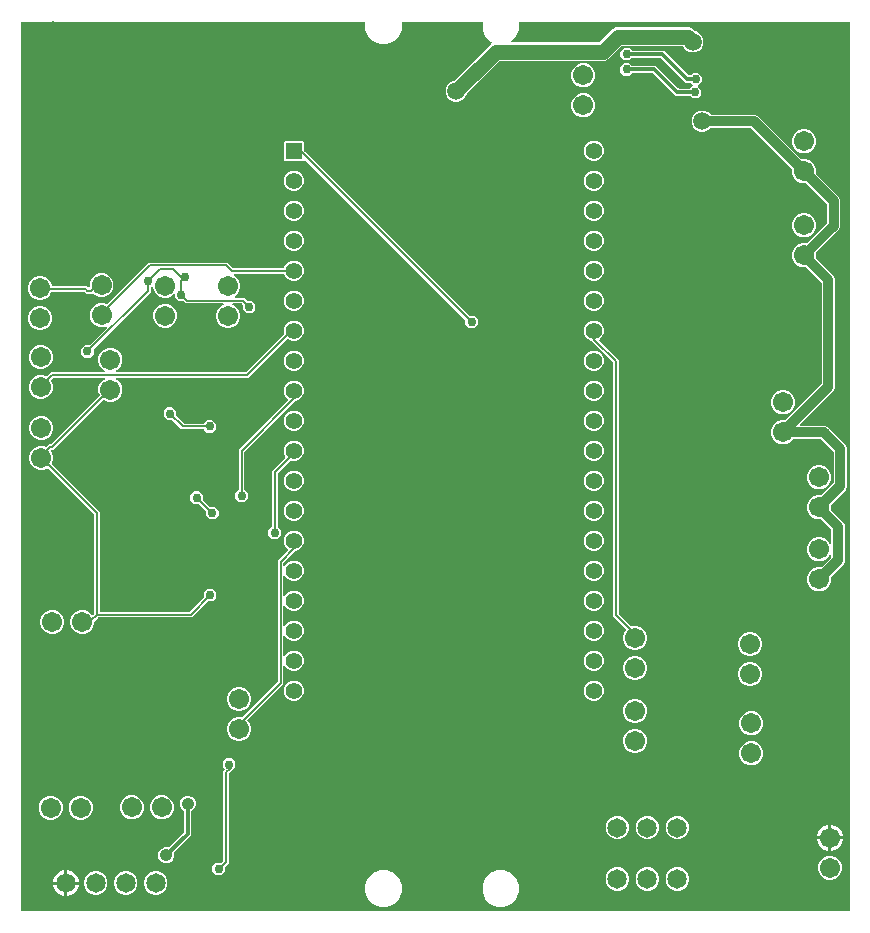
<source format=gbr>
G04 EAGLE Gerber RS-274X export*
G75*
%MOMM*%
%FSLAX34Y34*%
%LPD*%
%INBottom Copper*%
%IPPOS*%
%AMOC8*
5,1,8,0,0,1.08239X$1,22.5*%
G01*
G04 Define Apertures*
%ADD10C,1.714500*%
%ADD11C,1.650000*%
%ADD12R,1.408000X1.408000*%
%ADD13C,1.408000*%
%ADD14C,0.177800*%
%ADD15C,0.756400*%
%ADD16C,1.500000*%
%ADD17C,1.270000*%
%ADD18C,1.056400*%
%ADD19C,0.304800*%
%ADD20C,0.812800*%
G36*
X1284013Y74482D02*
X1283716Y74422D01*
X583184Y74422D01*
X582909Y74473D01*
X582654Y74637D01*
X582482Y74887D01*
X582422Y75184D01*
X582422Y826516D01*
X582473Y826791D01*
X582637Y827046D01*
X582887Y827218D01*
X583184Y827278D01*
X873273Y827278D01*
X873547Y827227D01*
X873803Y827063D01*
X873974Y826813D01*
X874035Y826516D01*
X874035Y820530D01*
X876381Y814866D01*
X880715Y810531D01*
X886379Y808185D01*
X892510Y808185D01*
X898174Y810531D01*
X902508Y814866D01*
X904855Y820530D01*
X904855Y826516D01*
X904906Y826791D01*
X905069Y827046D01*
X905319Y827218D01*
X905617Y827278D01*
X972650Y827278D01*
X972925Y827227D01*
X973180Y827063D01*
X973352Y826813D01*
X973412Y826516D01*
X973412Y820530D01*
X975758Y814866D01*
X980093Y810531D01*
X980914Y810191D01*
X981139Y810047D01*
X981316Y809801D01*
X981384Y809505D01*
X981330Y809207D01*
X981165Y808953D01*
X980914Y808783D01*
X980255Y808510D01*
X949002Y777257D01*
X948755Y777092D01*
X946118Y776000D01*
X943580Y773462D01*
X942206Y770145D01*
X942206Y766555D01*
X943580Y763238D01*
X946118Y760700D01*
X949435Y759326D01*
X953025Y759326D01*
X956342Y760700D01*
X958880Y763238D01*
X959972Y765875D01*
X960137Y766122D01*
X987753Y793738D01*
X987995Y793901D01*
X988292Y793961D01*
X1076893Y793961D01*
X1079787Y795160D01*
X1091045Y806418D01*
X1091287Y806581D01*
X1091584Y806641D01*
X1142475Y806641D01*
X1142755Y806588D01*
X1143009Y806422D01*
X1143179Y806171D01*
X1143605Y805141D01*
X1146143Y802603D01*
X1149460Y801229D01*
X1153050Y801229D01*
X1156367Y802603D01*
X1158905Y805141D01*
X1160279Y808458D01*
X1160279Y812048D01*
X1158905Y815365D01*
X1156367Y817903D01*
X1153730Y818995D01*
X1153483Y819160D01*
X1151453Y821190D01*
X1148559Y822389D01*
X1086441Y822389D01*
X1083547Y821190D01*
X1072289Y809932D01*
X1072047Y809769D01*
X1071750Y809709D01*
X998569Y809709D01*
X998305Y809756D01*
X998047Y809915D01*
X997872Y810163D01*
X997807Y810459D01*
X997862Y810757D01*
X998030Y811010D01*
X1001886Y814866D01*
X1004232Y820530D01*
X1004232Y826516D01*
X1004283Y826791D01*
X1004447Y827046D01*
X1004697Y827218D01*
X1004994Y827278D01*
X1283716Y827278D01*
X1283991Y827227D01*
X1284246Y827063D01*
X1284418Y826813D01*
X1284478Y826516D01*
X1284478Y75184D01*
X1284427Y74909D01*
X1284263Y74654D01*
X1284013Y74482D01*
G37*
%LPC*%
G36*
X1151185Y762214D02*
X1155581Y762214D01*
X1158689Y765323D01*
X1158689Y769718D01*
X1156137Y772270D01*
X1155979Y772501D01*
X1155914Y772797D01*
X1155969Y773095D01*
X1156137Y773348D01*
X1159101Y776312D01*
X1159101Y780708D01*
X1155993Y783816D01*
X1151597Y783816D01*
X1149562Y781781D01*
X1149321Y781618D01*
X1149024Y781558D01*
X1148388Y781558D01*
X1148102Y781614D01*
X1147849Y781781D01*
X1126899Y802732D01*
X1100146Y802732D01*
X1099860Y802788D01*
X1099608Y802955D01*
X1097573Y804990D01*
X1093177Y804990D01*
X1090069Y801882D01*
X1090069Y797486D01*
X1093177Y794378D01*
X1097573Y794378D01*
X1099608Y796413D01*
X1099849Y796576D01*
X1100146Y796636D01*
X1124058Y796636D01*
X1124344Y796580D01*
X1124597Y796413D01*
X1145547Y775462D01*
X1149024Y775462D01*
X1149310Y775406D01*
X1149562Y775239D01*
X1151041Y773760D01*
X1151199Y773530D01*
X1151264Y773233D01*
X1151209Y772935D01*
X1151041Y772683D01*
X1149150Y770792D01*
X1148908Y770629D01*
X1148611Y770568D01*
X1139693Y770568D01*
X1139407Y770624D01*
X1139154Y770792D01*
X1120133Y789813D01*
X1100146Y789813D01*
X1099860Y789869D01*
X1099608Y790036D01*
X1097573Y792071D01*
X1093177Y792071D01*
X1090069Y788963D01*
X1090069Y784567D01*
X1093177Y781459D01*
X1097573Y781459D01*
X1099608Y783494D01*
X1099849Y783657D01*
X1100146Y783717D01*
X1117292Y783717D01*
X1117578Y783661D01*
X1117831Y783494D01*
X1136852Y764472D01*
X1148611Y764472D01*
X1148897Y764417D01*
X1149150Y764249D01*
X1151185Y762214D01*
G37*
G36*
X1056791Y771589D02*
X1060807Y771589D01*
X1064518Y773126D01*
X1067358Y775966D01*
X1068896Y779677D01*
X1068896Y783693D01*
X1067358Y787404D01*
X1064518Y790244D01*
X1060807Y791782D01*
X1056791Y791782D01*
X1053080Y790244D01*
X1050240Y787404D01*
X1048703Y783693D01*
X1048703Y779677D01*
X1050240Y775966D01*
X1053080Y773126D01*
X1056791Y771589D01*
G37*
G36*
X1056791Y746189D02*
X1060807Y746189D01*
X1064518Y747726D01*
X1067358Y750566D01*
X1068896Y754277D01*
X1068896Y758293D01*
X1067358Y762004D01*
X1064518Y764844D01*
X1060807Y766382D01*
X1056791Y766382D01*
X1053080Y764844D01*
X1050240Y762004D01*
X1048703Y758293D01*
X1048703Y754277D01*
X1050240Y750566D01*
X1053080Y747726D01*
X1056791Y746189D01*
G37*
G36*
X1256181Y344869D02*
X1260197Y344869D01*
X1263908Y346406D01*
X1266748Y349246D01*
X1268286Y352957D01*
X1268286Y356843D01*
X1268341Y357129D01*
X1268509Y357382D01*
X1279182Y368056D01*
X1280033Y370109D01*
X1280033Y400781D01*
X1279182Y402834D01*
X1268509Y413508D01*
X1268346Y413750D01*
X1268286Y414047D01*
X1268286Y417803D01*
X1268341Y418089D01*
X1268509Y418342D01*
X1281087Y430921D01*
X1281938Y432974D01*
X1281938Y466567D01*
X1281087Y468620D01*
X1265545Y484162D01*
X1263492Y485013D01*
X1243039Y485013D01*
X1242776Y485060D01*
X1242518Y485219D01*
X1242342Y485467D01*
X1242277Y485763D01*
X1242333Y486061D01*
X1242500Y486314D01*
X1270927Y514741D01*
X1271778Y516794D01*
X1271778Y609696D01*
X1270927Y611749D01*
X1255809Y626868D01*
X1255646Y627110D01*
X1255586Y627407D01*
X1255586Y631163D01*
X1255641Y631449D01*
X1255809Y631702D01*
X1275372Y651266D01*
X1276223Y653319D01*
X1276223Y676371D01*
X1275372Y678424D01*
X1255809Y697988D01*
X1255646Y698230D01*
X1255586Y698527D01*
X1255586Y702413D01*
X1254048Y706124D01*
X1251208Y708964D01*
X1247497Y710502D01*
X1243611Y710502D01*
X1243325Y710557D01*
X1243072Y710725D01*
X1206109Y747687D01*
X1204056Y748538D01*
X1166999Y748538D01*
X1166714Y748594D01*
X1166461Y748761D01*
X1164622Y750600D01*
X1161305Y751974D01*
X1157715Y751974D01*
X1154398Y750600D01*
X1151860Y748062D01*
X1150486Y744745D01*
X1150486Y741155D01*
X1151860Y737838D01*
X1154398Y735300D01*
X1157715Y733926D01*
X1161305Y733926D01*
X1164622Y735300D01*
X1166461Y737139D01*
X1166702Y737302D01*
X1166999Y737362D01*
X1200314Y737362D01*
X1200600Y737306D01*
X1200853Y737139D01*
X1235169Y702822D01*
X1235332Y702580D01*
X1235393Y702283D01*
X1235393Y698397D01*
X1236930Y694686D01*
X1239770Y691846D01*
X1243481Y690309D01*
X1247367Y690309D01*
X1247653Y690253D01*
X1247906Y690085D01*
X1264824Y673168D01*
X1264987Y672926D01*
X1265047Y672629D01*
X1265047Y657061D01*
X1264991Y656775D01*
X1264824Y656522D01*
X1247906Y639605D01*
X1247664Y639442D01*
X1247367Y639382D01*
X1243481Y639382D01*
X1239770Y637844D01*
X1236930Y635004D01*
X1235393Y631293D01*
X1235393Y627277D01*
X1236930Y623566D01*
X1239770Y620726D01*
X1243481Y619189D01*
X1247367Y619189D01*
X1247653Y619133D01*
X1247906Y618965D01*
X1260379Y606493D01*
X1260542Y606251D01*
X1260602Y605954D01*
X1260602Y520536D01*
X1260546Y520250D01*
X1260379Y519997D01*
X1230126Y489745D01*
X1229884Y489582D01*
X1229587Y489522D01*
X1225701Y489522D01*
X1221990Y487984D01*
X1219150Y485144D01*
X1217613Y481433D01*
X1217613Y477417D01*
X1219150Y473706D01*
X1221990Y470866D01*
X1225701Y469329D01*
X1229717Y469329D01*
X1233428Y470866D01*
X1236176Y473614D01*
X1236418Y473777D01*
X1236715Y473837D01*
X1259750Y473837D01*
X1260036Y473781D01*
X1260289Y473614D01*
X1270539Y463364D01*
X1270702Y463122D01*
X1270762Y462825D01*
X1270762Y436716D01*
X1270706Y436430D01*
X1270539Y436177D01*
X1260606Y426245D01*
X1260364Y426082D01*
X1260067Y426022D01*
X1256181Y426022D01*
X1252470Y424484D01*
X1249630Y421644D01*
X1248093Y417933D01*
X1248093Y413917D01*
X1249630Y410206D01*
X1252470Y407366D01*
X1256181Y405829D01*
X1260067Y405829D01*
X1260353Y405773D01*
X1260606Y405605D01*
X1268634Y397578D01*
X1268797Y397336D01*
X1268857Y397039D01*
X1268857Y384824D01*
X1268812Y384567D01*
X1268655Y384308D01*
X1268409Y384130D01*
X1268113Y384063D01*
X1267815Y384116D01*
X1267561Y384281D01*
X1267391Y384533D01*
X1266748Y386084D01*
X1263908Y388924D01*
X1260197Y390462D01*
X1256181Y390462D01*
X1252470Y388924D01*
X1249630Y386084D01*
X1248093Y382373D01*
X1248093Y378357D01*
X1249630Y374646D01*
X1252470Y371806D01*
X1256181Y370269D01*
X1260197Y370269D01*
X1263908Y371806D01*
X1266748Y374646D01*
X1267391Y376197D01*
X1267531Y376418D01*
X1267776Y376597D01*
X1268071Y376667D01*
X1268370Y376616D01*
X1268625Y376453D01*
X1268797Y376203D01*
X1268857Y375906D01*
X1268857Y373851D01*
X1268801Y373565D01*
X1268634Y373312D01*
X1260606Y365285D01*
X1260364Y365122D01*
X1260067Y365062D01*
X1256181Y365062D01*
X1252470Y363524D01*
X1249630Y360684D01*
X1248093Y356973D01*
X1248093Y352957D01*
X1249630Y349246D01*
X1252470Y346406D01*
X1256181Y344869D01*
G37*
G36*
X1243481Y715709D02*
X1247497Y715709D01*
X1251208Y717246D01*
X1254048Y720086D01*
X1255586Y723797D01*
X1255586Y727813D01*
X1254048Y731524D01*
X1251208Y734364D01*
X1247497Y735902D01*
X1243481Y735902D01*
X1239770Y734364D01*
X1236930Y731524D01*
X1235393Y727813D01*
X1235393Y723797D01*
X1236930Y720086D01*
X1239770Y717246D01*
X1243481Y715709D01*
G37*
G36*
X1065986Y709371D02*
X1069393Y709371D01*
X1072540Y710675D01*
X1074949Y713084D01*
X1076253Y716232D01*
X1076253Y719639D01*
X1074949Y722786D01*
X1072540Y725195D01*
X1069393Y726499D01*
X1065986Y726499D01*
X1062838Y725195D01*
X1060429Y722786D01*
X1059125Y719639D01*
X1059125Y716232D01*
X1060429Y713084D01*
X1062838Y710675D01*
X1065986Y709371D01*
G37*
G36*
X961986Y567591D02*
X966382Y567591D01*
X969490Y570699D01*
X969490Y575095D01*
X966382Y578203D01*
X962606Y578203D01*
X962320Y578259D01*
X962067Y578426D01*
X822476Y718017D01*
X822313Y718259D01*
X822253Y718556D01*
X822253Y725606D01*
X821360Y726499D01*
X806018Y726499D01*
X805125Y725606D01*
X805125Y710264D01*
X806018Y709371D01*
X821360Y709371D01*
X822290Y710301D01*
X822521Y710459D01*
X822817Y710524D01*
X823115Y710468D01*
X823368Y710301D01*
X958655Y575014D01*
X958818Y574772D01*
X958878Y574475D01*
X958878Y570699D01*
X961986Y567591D01*
G37*
G36*
X1065986Y683971D02*
X1069393Y683971D01*
X1072540Y685275D01*
X1074949Y687684D01*
X1076253Y690832D01*
X1076253Y694239D01*
X1074949Y697386D01*
X1072540Y699795D01*
X1069393Y701099D01*
X1065986Y701099D01*
X1062838Y699795D01*
X1060429Y697386D01*
X1059125Y694239D01*
X1059125Y690832D01*
X1060429Y687684D01*
X1062838Y685275D01*
X1065986Y683971D01*
G37*
G36*
X811986Y683971D02*
X815393Y683971D01*
X818540Y685275D01*
X820949Y687684D01*
X822253Y690832D01*
X822253Y694239D01*
X820949Y697386D01*
X818540Y699795D01*
X815393Y701099D01*
X811986Y701099D01*
X808838Y699795D01*
X806429Y697386D01*
X805125Y694239D01*
X805125Y690832D01*
X806429Y687684D01*
X808838Y685275D01*
X811986Y683971D01*
G37*
G36*
X1065986Y658571D02*
X1069393Y658571D01*
X1072540Y659875D01*
X1074949Y662284D01*
X1076253Y665432D01*
X1076253Y668839D01*
X1074949Y671986D01*
X1072540Y674395D01*
X1069393Y675699D01*
X1065986Y675699D01*
X1062838Y674395D01*
X1060429Y671986D01*
X1059125Y668839D01*
X1059125Y665432D01*
X1060429Y662284D01*
X1062838Y659875D01*
X1065986Y658571D01*
G37*
G36*
X811986Y658571D02*
X815393Y658571D01*
X818540Y659875D01*
X820949Y662284D01*
X822253Y665432D01*
X822253Y668839D01*
X820949Y671986D01*
X818540Y674395D01*
X815393Y675699D01*
X811986Y675699D01*
X808838Y674395D01*
X806429Y671986D01*
X805125Y668839D01*
X805125Y665432D01*
X806429Y662284D01*
X808838Y659875D01*
X811986Y658571D01*
G37*
G36*
X1243481Y644589D02*
X1247497Y644589D01*
X1251208Y646126D01*
X1254048Y648966D01*
X1255586Y652677D01*
X1255586Y656693D01*
X1254048Y660404D01*
X1251208Y663244D01*
X1247497Y664782D01*
X1243481Y664782D01*
X1239770Y663244D01*
X1236930Y660404D01*
X1235393Y656693D01*
X1235393Y652677D01*
X1236930Y648966D01*
X1239770Y646126D01*
X1243481Y644589D01*
G37*
G36*
X811986Y633171D02*
X815393Y633171D01*
X818540Y634475D01*
X820949Y636884D01*
X822253Y640032D01*
X822253Y643439D01*
X820949Y646586D01*
X818540Y648995D01*
X815393Y650299D01*
X811986Y650299D01*
X808838Y648995D01*
X806429Y646586D01*
X805125Y643439D01*
X805125Y640032D01*
X806429Y636884D01*
X808838Y634475D01*
X811986Y633171D01*
G37*
G36*
X1065986Y633171D02*
X1069393Y633171D01*
X1072540Y634475D01*
X1074949Y636884D01*
X1076253Y640032D01*
X1076253Y643439D01*
X1074949Y646586D01*
X1072540Y648995D01*
X1069393Y650299D01*
X1065986Y650299D01*
X1062838Y648995D01*
X1060429Y646586D01*
X1059125Y643439D01*
X1059125Y640032D01*
X1060429Y636884D01*
X1062838Y634475D01*
X1065986Y633171D01*
G37*
G36*
X1065986Y607771D02*
X1069393Y607771D01*
X1072540Y609075D01*
X1074949Y611484D01*
X1076253Y614632D01*
X1076253Y618039D01*
X1074949Y621186D01*
X1072540Y623595D01*
X1069393Y624899D01*
X1065986Y624899D01*
X1062838Y623595D01*
X1060429Y621186D01*
X1059125Y618039D01*
X1059125Y614632D01*
X1060429Y611484D01*
X1062838Y609075D01*
X1065986Y607771D01*
G37*
G36*
X636739Y542826D02*
X641135Y542826D01*
X644243Y545934D01*
X644243Y549710D01*
X644299Y549996D01*
X644466Y550249D01*
X692531Y598314D01*
X692531Y602162D01*
X692587Y602448D01*
X692754Y602700D01*
X693326Y603272D01*
X693545Y603425D01*
X693840Y603495D01*
X694139Y603444D01*
X694395Y603280D01*
X694566Y603030D01*
X694627Y602733D01*
X694627Y601677D01*
X696164Y597966D01*
X699004Y595126D01*
X702715Y593589D01*
X706731Y593589D01*
X710442Y595126D01*
X711578Y596262D01*
X711798Y596415D01*
X712093Y596485D01*
X712392Y596434D01*
X712647Y596271D01*
X712819Y596021D01*
X712879Y595723D01*
X712879Y593813D01*
X715987Y590705D01*
X719763Y590705D01*
X720049Y590649D01*
X720302Y590482D01*
X722139Y588645D01*
X753533Y588645D01*
X753791Y588600D01*
X754050Y588443D01*
X754228Y588197D01*
X754295Y587901D01*
X754242Y587603D01*
X754076Y587349D01*
X753825Y587179D01*
X752217Y586513D01*
X749377Y583673D01*
X747840Y579962D01*
X747840Y575945D01*
X749377Y572234D01*
X752217Y569394D01*
X755928Y567857D01*
X759944Y567857D01*
X763655Y569394D01*
X766495Y572234D01*
X768033Y575945D01*
X768033Y579962D01*
X766495Y583673D01*
X763655Y586513D01*
X762047Y587179D01*
X761826Y587319D01*
X761647Y587564D01*
X761577Y587859D01*
X761628Y588158D01*
X761791Y588413D01*
X762042Y588585D01*
X762339Y588645D01*
X769067Y588645D01*
X769353Y588589D01*
X769606Y588422D01*
X770314Y587714D01*
X770477Y587472D01*
X770537Y587175D01*
X770537Y583399D01*
X773645Y580291D01*
X778041Y580291D01*
X781149Y583399D01*
X781149Y587795D01*
X778041Y590903D01*
X774265Y590903D01*
X773979Y590959D01*
X773726Y591126D01*
X771382Y593471D01*
X764172Y593471D01*
X763908Y593518D01*
X763650Y593677D01*
X763475Y593925D01*
X763410Y594221D01*
X763465Y594519D01*
X763633Y594772D01*
X766495Y597634D01*
X768033Y601345D01*
X768033Y605362D01*
X766495Y609073D01*
X763655Y611913D01*
X763580Y611944D01*
X763359Y612084D01*
X763180Y612329D01*
X763110Y612624D01*
X763161Y612923D01*
X763324Y613178D01*
X763575Y613350D01*
X763872Y613410D01*
X805122Y613410D01*
X805402Y613357D01*
X805656Y613191D01*
X805826Y612940D01*
X806429Y611484D01*
X808838Y609075D01*
X811986Y607771D01*
X815393Y607771D01*
X818540Y609075D01*
X820949Y611484D01*
X822253Y614632D01*
X822253Y618039D01*
X820949Y621186D01*
X818540Y623595D01*
X815393Y624899D01*
X811986Y624899D01*
X808838Y623595D01*
X806429Y621186D01*
X805402Y618706D01*
X805245Y618468D01*
X804995Y618296D01*
X804698Y618236D01*
X762426Y618236D01*
X762140Y618292D01*
X761887Y618459D01*
X757158Y623189D01*
X690770Y623189D01*
X655577Y587996D01*
X655341Y587836D01*
X655044Y587773D01*
X654746Y587831D01*
X652860Y588613D01*
X648843Y588613D01*
X645132Y587076D01*
X642292Y584235D01*
X640755Y580524D01*
X640755Y576508D01*
X642292Y572797D01*
X645132Y569957D01*
X648843Y568420D01*
X652860Y568420D01*
X654361Y569041D01*
X654616Y569098D01*
X654915Y569052D01*
X655173Y568893D01*
X655349Y568646D01*
X655414Y568349D01*
X655358Y568051D01*
X655191Y567798D01*
X641054Y553661D01*
X640812Y553498D01*
X640515Y553438D01*
X636739Y553438D01*
X633631Y550330D01*
X633631Y545934D01*
X636739Y542826D01*
G37*
G36*
X596727Y591440D02*
X600744Y591440D01*
X604454Y592977D01*
X607295Y595817D01*
X608232Y598081D01*
X608389Y598319D01*
X608639Y598491D01*
X608936Y598551D01*
X635971Y598551D01*
X636257Y598495D01*
X636510Y598328D01*
X637938Y596900D01*
X643273Y596900D01*
X643559Y596844D01*
X643812Y596677D01*
X645132Y595357D01*
X648843Y593820D01*
X652860Y593820D01*
X656571Y595357D01*
X659411Y598197D01*
X660948Y601908D01*
X660948Y605924D01*
X659411Y609635D01*
X656571Y612476D01*
X652860Y614013D01*
X648843Y614013D01*
X645132Y612476D01*
X642292Y609635D01*
X640755Y605924D01*
X640755Y602747D01*
X640708Y602484D01*
X640549Y602226D01*
X640301Y602050D01*
X640005Y601985D01*
X639707Y602041D01*
X639454Y602208D01*
X638286Y603377D01*
X609410Y603377D01*
X609130Y603430D01*
X608876Y603596D01*
X608706Y603847D01*
X607295Y607255D01*
X604454Y610096D01*
X600744Y611633D01*
X596727Y611633D01*
X593016Y610096D01*
X590176Y607255D01*
X588639Y603545D01*
X588639Y599528D01*
X590176Y595817D01*
X593016Y592977D01*
X596727Y591440D01*
G37*
G36*
X1065986Y582371D02*
X1069393Y582371D01*
X1072540Y583675D01*
X1074949Y586084D01*
X1076253Y589232D01*
X1076253Y592639D01*
X1074949Y595786D01*
X1072540Y598195D01*
X1069393Y599499D01*
X1065986Y599499D01*
X1062838Y598195D01*
X1060429Y595786D01*
X1059125Y592639D01*
X1059125Y589232D01*
X1060429Y586084D01*
X1062838Y583675D01*
X1065986Y582371D01*
G37*
G36*
X811986Y582371D02*
X815393Y582371D01*
X818540Y583675D01*
X820949Y586084D01*
X822253Y589232D01*
X822253Y592639D01*
X820949Y595786D01*
X818540Y598195D01*
X815393Y599499D01*
X811986Y599499D01*
X808838Y598195D01*
X806429Y595786D01*
X805125Y592639D01*
X805125Y589232D01*
X806429Y586084D01*
X808838Y583675D01*
X811986Y582371D01*
G37*
G36*
X702715Y568189D02*
X706731Y568189D01*
X710442Y569726D01*
X713282Y572566D01*
X714820Y576277D01*
X714820Y580294D01*
X713282Y584005D01*
X710442Y586845D01*
X706731Y588382D01*
X702715Y588382D01*
X699004Y586845D01*
X696164Y584005D01*
X694627Y580294D01*
X694627Y576277D01*
X696164Y572566D01*
X699004Y569726D01*
X702715Y568189D01*
G37*
G36*
X596727Y566040D02*
X600744Y566040D01*
X604454Y567577D01*
X607295Y570417D01*
X608832Y574128D01*
X608832Y578145D01*
X607295Y581855D01*
X604454Y584696D01*
X600744Y586233D01*
X596727Y586233D01*
X593016Y584696D01*
X590176Y581855D01*
X588639Y578145D01*
X588639Y574128D01*
X590176Y570417D01*
X593016Y567577D01*
X596727Y566040D01*
G37*
G36*
X632608Y308839D02*
X636624Y308839D01*
X640335Y310376D01*
X643175Y313216D01*
X644713Y316927D01*
X644713Y319039D01*
X644768Y319325D01*
X644936Y319578D01*
X647968Y322611D01*
X648210Y322774D01*
X648507Y322834D01*
X727186Y322834D01*
X740579Y336228D01*
X740821Y336391D01*
X741118Y336451D01*
X744894Y336451D01*
X748002Y339559D01*
X748002Y343955D01*
X744894Y347063D01*
X740498Y347063D01*
X737390Y343955D01*
X737390Y340179D01*
X737334Y339893D01*
X737167Y339640D01*
X725410Y327883D01*
X725168Y327720D01*
X724871Y327660D01*
X650367Y327660D01*
X650092Y327711D01*
X649837Y327875D01*
X649665Y328125D01*
X649605Y328422D01*
X649605Y412099D01*
X609184Y452520D01*
X609023Y452756D01*
X608961Y453052D01*
X609019Y453350D01*
X609975Y455658D01*
X609975Y459675D01*
X608437Y463386D01*
X608324Y463499D01*
X608166Y463729D01*
X608101Y464026D01*
X608157Y464324D01*
X608324Y464577D01*
X608344Y464597D01*
X608586Y464760D01*
X608883Y464820D01*
X610219Y464820D01*
X652067Y506669D01*
X652303Y506829D01*
X652600Y506892D01*
X652898Y506834D01*
X656344Y505406D01*
X660361Y505406D01*
X664072Y506943D01*
X666912Y509783D01*
X668449Y513494D01*
X668449Y517511D01*
X666912Y521222D01*
X664072Y524062D01*
X663157Y524441D01*
X662936Y524581D01*
X662757Y524826D01*
X662687Y525121D01*
X662738Y525420D01*
X662901Y525675D01*
X663151Y525847D01*
X663449Y525907D01*
X775319Y525907D01*
X807723Y558312D01*
X807954Y558470D01*
X808250Y558535D01*
X808548Y558479D01*
X808801Y558312D01*
X808838Y558275D01*
X811986Y556971D01*
X815393Y556971D01*
X818540Y558275D01*
X820949Y560684D01*
X822253Y563832D01*
X822253Y567239D01*
X820949Y570386D01*
X818540Y572795D01*
X815393Y574099D01*
X811986Y574099D01*
X808838Y572795D01*
X806429Y570386D01*
X805125Y567239D01*
X805125Y563832D01*
X805309Y563388D01*
X805367Y563108D01*
X805311Y562810D01*
X805144Y562557D01*
X773543Y530956D01*
X773301Y530793D01*
X773004Y530733D01*
X664015Y530733D01*
X663758Y530778D01*
X663498Y530935D01*
X663321Y531181D01*
X663253Y531477D01*
X663307Y531775D01*
X663472Y532030D01*
X663724Y532199D01*
X664072Y532343D01*
X666912Y535183D01*
X668449Y538894D01*
X668449Y542911D01*
X666912Y546622D01*
X664072Y549462D01*
X660361Y550999D01*
X656344Y550999D01*
X652633Y549462D01*
X649793Y546622D01*
X648256Y542911D01*
X648256Y538894D01*
X649793Y535183D01*
X652633Y532343D01*
X652982Y532199D01*
X653203Y532059D01*
X653382Y531814D01*
X653452Y531519D01*
X653401Y531220D01*
X653237Y530965D01*
X652987Y530793D01*
X652690Y530733D01*
X608220Y530733D01*
X604459Y526973D01*
X604223Y526812D01*
X603927Y526750D01*
X603629Y526808D01*
X601308Y527769D01*
X597291Y527769D01*
X593580Y526232D01*
X590740Y523392D01*
X589203Y519681D01*
X589203Y515664D01*
X590740Y511953D01*
X593580Y509113D01*
X597291Y507576D01*
X601308Y507576D01*
X605018Y509113D01*
X607859Y511953D01*
X609396Y515664D01*
X609396Y519681D01*
X608008Y523031D01*
X607950Y523311D01*
X608006Y523609D01*
X608173Y523862D01*
X609995Y525684D01*
X610237Y525847D01*
X610534Y525907D01*
X653257Y525907D01*
X653514Y525862D01*
X653774Y525705D01*
X653951Y525459D01*
X654018Y525163D01*
X653965Y524865D01*
X653800Y524611D01*
X653548Y524441D01*
X652633Y524062D01*
X649793Y521222D01*
X648256Y517511D01*
X648256Y513494D01*
X649178Y511269D01*
X649236Y510990D01*
X649180Y510692D01*
X649013Y510439D01*
X608443Y469869D01*
X608201Y469706D01*
X607904Y469646D01*
X606569Y469646D01*
X604226Y467303D01*
X603990Y467143D01*
X603693Y467080D01*
X603395Y467138D01*
X601886Y467763D01*
X597870Y467763D01*
X594159Y466226D01*
X591319Y463386D01*
X589782Y459675D01*
X589782Y455658D01*
X591319Y451947D01*
X594159Y449107D01*
X597870Y447570D01*
X601886Y447570D01*
X605250Y448963D01*
X605530Y449021D01*
X605828Y448965D01*
X606081Y448798D01*
X644556Y410323D01*
X644719Y410081D01*
X644779Y409784D01*
X644779Y326562D01*
X644723Y326276D01*
X644556Y326023D01*
X643720Y325187D01*
X643489Y325029D01*
X643193Y324964D01*
X642895Y325020D01*
X642642Y325187D01*
X640335Y327494D01*
X636624Y329032D01*
X632608Y329032D01*
X628897Y327494D01*
X626057Y324654D01*
X624520Y320943D01*
X624520Y316927D01*
X626057Y313216D01*
X628897Y310376D01*
X632608Y308839D01*
G37*
G36*
X1100409Y295212D02*
X1104425Y295212D01*
X1108136Y296749D01*
X1110976Y299589D01*
X1112513Y303300D01*
X1112513Y307316D01*
X1110976Y311027D01*
X1108136Y313867D01*
X1104425Y315405D01*
X1100409Y315405D01*
X1100316Y315366D01*
X1100037Y315308D01*
X1099739Y315364D01*
X1099486Y315532D01*
X1088994Y326023D01*
X1088831Y326265D01*
X1088771Y326562D01*
X1088771Y540877D01*
X1072495Y557152D01*
X1072337Y557383D01*
X1072272Y557679D01*
X1072328Y557977D01*
X1072495Y558230D01*
X1074949Y560684D01*
X1076253Y563832D01*
X1076253Y567239D01*
X1074949Y570386D01*
X1072540Y572795D01*
X1069393Y574099D01*
X1065986Y574099D01*
X1062838Y572795D01*
X1060429Y570386D01*
X1059125Y567239D01*
X1059125Y563832D01*
X1060429Y560684D01*
X1062838Y558275D01*
X1065617Y557124D01*
X1065864Y556959D01*
X1083722Y539101D01*
X1083885Y538859D01*
X1083945Y538562D01*
X1083945Y324248D01*
X1094973Y313220D01*
X1095131Y312989D01*
X1095196Y312693D01*
X1095140Y312395D01*
X1094973Y312142D01*
X1093858Y311027D01*
X1092320Y307316D01*
X1092320Y303300D01*
X1093858Y299589D01*
X1096698Y296749D01*
X1100409Y295212D01*
G37*
G36*
X597291Y532976D02*
X601308Y532976D01*
X605018Y534513D01*
X607859Y537353D01*
X609396Y541064D01*
X609396Y545081D01*
X607859Y548792D01*
X605018Y551632D01*
X601308Y553169D01*
X597291Y553169D01*
X593580Y551632D01*
X590740Y548792D01*
X589203Y545081D01*
X589203Y541064D01*
X590740Y537353D01*
X593580Y534513D01*
X597291Y532976D01*
G37*
G36*
X811986Y531571D02*
X815393Y531571D01*
X818540Y532875D01*
X820949Y535284D01*
X822253Y538432D01*
X822253Y541839D01*
X820949Y544986D01*
X818540Y547395D01*
X815393Y548699D01*
X811986Y548699D01*
X808838Y547395D01*
X806429Y544986D01*
X805125Y541839D01*
X805125Y538432D01*
X806429Y535284D01*
X808838Y532875D01*
X811986Y531571D01*
G37*
G36*
X1065986Y531571D02*
X1069393Y531571D01*
X1072540Y532875D01*
X1074949Y535284D01*
X1076253Y538432D01*
X1076253Y541839D01*
X1074949Y544986D01*
X1072540Y547395D01*
X1069393Y548699D01*
X1065986Y548699D01*
X1062838Y547395D01*
X1060429Y544986D01*
X1059125Y541839D01*
X1059125Y538432D01*
X1060429Y535284D01*
X1062838Y532875D01*
X1065986Y531571D01*
G37*
G36*
X1065986Y506171D02*
X1069393Y506171D01*
X1072540Y507475D01*
X1074949Y509884D01*
X1076253Y513032D01*
X1076253Y516439D01*
X1074949Y519586D01*
X1072540Y521995D01*
X1069393Y523299D01*
X1065986Y523299D01*
X1062838Y521995D01*
X1060429Y519586D01*
X1059125Y516439D01*
X1059125Y513032D01*
X1060429Y509884D01*
X1062838Y507475D01*
X1065986Y506171D01*
G37*
G36*
X767168Y420652D02*
X771564Y420652D01*
X774672Y423760D01*
X774672Y428156D01*
X772002Y430826D01*
X771839Y431067D01*
X771779Y431364D01*
X771779Y462616D01*
X771835Y462902D01*
X772002Y463155D01*
X814795Y505948D01*
X815037Y506111D01*
X815334Y506171D01*
X815393Y506171D01*
X818540Y507475D01*
X820949Y509884D01*
X822253Y513032D01*
X822253Y516439D01*
X820949Y519586D01*
X818540Y521995D01*
X815393Y523299D01*
X811986Y523299D01*
X808838Y521995D01*
X806429Y519586D01*
X805125Y516439D01*
X805125Y513032D01*
X806429Y509884D01*
X808629Y507684D01*
X808787Y507453D01*
X808852Y507157D01*
X808796Y506859D01*
X808629Y506606D01*
X766953Y464931D01*
X766953Y431364D01*
X766897Y431078D01*
X766730Y430826D01*
X764060Y428156D01*
X764060Y423760D01*
X767168Y420652D01*
G37*
G36*
X1225701Y494729D02*
X1229717Y494729D01*
X1233428Y496266D01*
X1236268Y499106D01*
X1237806Y502817D01*
X1237806Y506833D01*
X1236268Y510544D01*
X1233428Y513384D01*
X1229717Y514922D01*
X1225701Y514922D01*
X1221990Y513384D01*
X1219150Y510544D01*
X1217613Y506833D01*
X1217613Y502817D01*
X1219150Y499106D01*
X1221990Y496266D01*
X1225701Y494729D01*
G37*
G36*
X740117Y479199D02*
X744513Y479199D01*
X747621Y482307D01*
X747621Y486703D01*
X744513Y489811D01*
X740117Y489811D01*
X737447Y487141D01*
X737206Y486978D01*
X736909Y486918D01*
X720770Y486918D01*
X720484Y486974D01*
X720231Y487141D01*
X714189Y493183D01*
X714026Y493425D01*
X713966Y493722D01*
X713966Y497498D01*
X710858Y500606D01*
X706462Y500606D01*
X703354Y497498D01*
X703354Y493102D01*
X706462Y489994D01*
X710238Y489994D01*
X710524Y489938D01*
X710777Y489771D01*
X718456Y482092D01*
X736909Y482092D01*
X737195Y482036D01*
X737447Y481869D01*
X740117Y479199D01*
G37*
G36*
X811986Y480771D02*
X815393Y480771D01*
X818540Y482075D01*
X820949Y484484D01*
X822253Y487632D01*
X822253Y491039D01*
X820949Y494186D01*
X818540Y496595D01*
X815393Y497899D01*
X811986Y497899D01*
X808838Y496595D01*
X806429Y494186D01*
X805125Y491039D01*
X805125Y487632D01*
X806429Y484484D01*
X808838Y482075D01*
X811986Y480771D01*
G37*
G36*
X1065986Y480771D02*
X1069393Y480771D01*
X1072540Y482075D01*
X1074949Y484484D01*
X1076253Y487632D01*
X1076253Y491039D01*
X1074949Y494186D01*
X1072540Y496595D01*
X1069393Y497899D01*
X1065986Y497899D01*
X1062838Y496595D01*
X1060429Y494186D01*
X1059125Y491039D01*
X1059125Y487632D01*
X1060429Y484484D01*
X1062838Y482075D01*
X1065986Y480771D01*
G37*
G36*
X597870Y472970D02*
X601886Y472970D01*
X605597Y474507D01*
X608437Y477347D01*
X609975Y481058D01*
X609975Y485075D01*
X608437Y488786D01*
X605597Y491626D01*
X601886Y493163D01*
X597870Y493163D01*
X594159Y491626D01*
X591319Y488786D01*
X589782Y485075D01*
X589782Y481058D01*
X591319Y477347D01*
X594159Y474507D01*
X597870Y472970D01*
G37*
G36*
X795235Y389283D02*
X799631Y389283D01*
X802739Y392391D01*
X802739Y396787D01*
X800069Y399457D01*
X799906Y399698D01*
X799846Y399995D01*
X799846Y444455D01*
X799902Y444741D01*
X800069Y444994D01*
X810537Y455462D01*
X810773Y455622D01*
X811070Y455685D01*
X811368Y455627D01*
X811986Y455371D01*
X815393Y455371D01*
X818540Y456675D01*
X820949Y459084D01*
X822253Y462232D01*
X822253Y465639D01*
X820949Y468786D01*
X818540Y471195D01*
X815393Y472499D01*
X811986Y472499D01*
X808838Y471195D01*
X806429Y468786D01*
X805125Y465639D01*
X805125Y462232D01*
X806470Y458984D01*
X806501Y458939D01*
X806566Y458643D01*
X806510Y458345D01*
X806343Y458092D01*
X795020Y446770D01*
X795020Y399995D01*
X794964Y399709D01*
X794797Y399457D01*
X792127Y396787D01*
X792127Y392391D01*
X795235Y389283D01*
G37*
G36*
X1065986Y455371D02*
X1069393Y455371D01*
X1072540Y456675D01*
X1074949Y459084D01*
X1076253Y462232D01*
X1076253Y465639D01*
X1074949Y468786D01*
X1072540Y471195D01*
X1069393Y472499D01*
X1065986Y472499D01*
X1062838Y471195D01*
X1060429Y468786D01*
X1059125Y465639D01*
X1059125Y462232D01*
X1060429Y459084D01*
X1062838Y456675D01*
X1065986Y455371D01*
G37*
G36*
X1256181Y431229D02*
X1260197Y431229D01*
X1263908Y432766D01*
X1266748Y435606D01*
X1268286Y439317D01*
X1268286Y443333D01*
X1266748Y447044D01*
X1263908Y449884D01*
X1260197Y451422D01*
X1256181Y451422D01*
X1252470Y449884D01*
X1249630Y447044D01*
X1248093Y443333D01*
X1248093Y439317D01*
X1249630Y435606D01*
X1252470Y432766D01*
X1256181Y431229D01*
G37*
G36*
X1065986Y429971D02*
X1069393Y429971D01*
X1072540Y431275D01*
X1074949Y433684D01*
X1076253Y436832D01*
X1076253Y440239D01*
X1074949Y443386D01*
X1072540Y445795D01*
X1069393Y447099D01*
X1065986Y447099D01*
X1062838Y445795D01*
X1060429Y443386D01*
X1059125Y440239D01*
X1059125Y436832D01*
X1060429Y433684D01*
X1062838Y431275D01*
X1065986Y429971D01*
G37*
G36*
X811986Y429971D02*
X815393Y429971D01*
X818540Y431275D01*
X820949Y433684D01*
X822253Y436832D01*
X822253Y440239D01*
X820949Y443386D01*
X818540Y445795D01*
X815393Y447099D01*
X811986Y447099D01*
X808838Y445795D01*
X806429Y443386D01*
X805125Y440239D01*
X805125Y436832D01*
X806429Y433684D01*
X808838Y431275D01*
X811986Y429971D01*
G37*
G36*
X742403Y405793D02*
X746799Y405793D01*
X749907Y408901D01*
X749907Y413297D01*
X746799Y416405D01*
X743023Y416405D01*
X742737Y416461D01*
X742484Y416628D01*
X736922Y422190D01*
X736759Y422432D01*
X736699Y422729D01*
X736699Y426505D01*
X733591Y429613D01*
X729195Y429613D01*
X726087Y426505D01*
X726087Y422109D01*
X729195Y419001D01*
X732971Y419001D01*
X733257Y418945D01*
X733510Y418778D01*
X739072Y413216D01*
X739235Y412974D01*
X739295Y412677D01*
X739295Y408901D01*
X742403Y405793D01*
G37*
G36*
X1065986Y404571D02*
X1069393Y404571D01*
X1072540Y405875D01*
X1074949Y408284D01*
X1076253Y411432D01*
X1076253Y414839D01*
X1074949Y417986D01*
X1072540Y420395D01*
X1069393Y421699D01*
X1065986Y421699D01*
X1062838Y420395D01*
X1060429Y417986D01*
X1059125Y414839D01*
X1059125Y411432D01*
X1060429Y408284D01*
X1062838Y405875D01*
X1065986Y404571D01*
G37*
G36*
X811986Y404571D02*
X815393Y404571D01*
X818540Y405875D01*
X820949Y408284D01*
X822253Y411432D01*
X822253Y414839D01*
X820949Y417986D01*
X818540Y420395D01*
X815393Y421699D01*
X811986Y421699D01*
X808838Y420395D01*
X806429Y417986D01*
X805125Y414839D01*
X805125Y411432D01*
X806429Y408284D01*
X808838Y405875D01*
X811986Y404571D01*
G37*
G36*
X1065986Y379171D02*
X1069393Y379171D01*
X1072540Y380475D01*
X1074949Y382884D01*
X1076253Y386032D01*
X1076253Y389439D01*
X1074949Y392586D01*
X1072540Y394995D01*
X1069393Y396299D01*
X1065986Y396299D01*
X1062838Y394995D01*
X1060429Y392586D01*
X1059125Y389439D01*
X1059125Y386032D01*
X1060429Y382884D01*
X1062838Y380475D01*
X1065986Y379171D01*
G37*
G36*
X765141Y218262D02*
X769158Y218262D01*
X772869Y219799D01*
X775709Y222639D01*
X777246Y226350D01*
X777246Y230367D01*
X775709Y234078D01*
X774600Y235186D01*
X774442Y235417D01*
X774377Y235713D01*
X774433Y236011D01*
X774600Y236264D01*
X804799Y266463D01*
X804799Y281388D01*
X804844Y281645D01*
X805001Y281905D01*
X805247Y282082D01*
X805543Y282150D01*
X805841Y282096D01*
X806096Y281931D01*
X806265Y281679D01*
X806429Y281284D01*
X808838Y278875D01*
X811986Y277571D01*
X815393Y277571D01*
X818540Y278875D01*
X820949Y281284D01*
X822253Y284432D01*
X822253Y287839D01*
X820949Y290986D01*
X818540Y293395D01*
X815393Y294699D01*
X811986Y294699D01*
X808838Y293395D01*
X806429Y290986D01*
X806265Y290591D01*
X806125Y290370D01*
X805880Y290190D01*
X805585Y290121D01*
X805286Y290171D01*
X805031Y290335D01*
X804859Y290585D01*
X804799Y290882D01*
X804799Y306788D01*
X804844Y307045D01*
X805001Y307305D01*
X805247Y307482D01*
X805543Y307550D01*
X805841Y307496D01*
X806096Y307331D01*
X806265Y307079D01*
X806429Y306684D01*
X808838Y304275D01*
X811986Y302971D01*
X815393Y302971D01*
X818540Y304275D01*
X820949Y306684D01*
X822253Y309832D01*
X822253Y313239D01*
X820949Y316386D01*
X818540Y318795D01*
X815393Y320099D01*
X811986Y320099D01*
X808838Y318795D01*
X806429Y316386D01*
X806265Y315991D01*
X806125Y315770D01*
X805880Y315590D01*
X805585Y315521D01*
X805286Y315571D01*
X805031Y315735D01*
X804859Y315985D01*
X804799Y316282D01*
X804799Y332188D01*
X804844Y332445D01*
X805001Y332705D01*
X805247Y332882D01*
X805543Y332950D01*
X805841Y332896D01*
X806096Y332731D01*
X806265Y332479D01*
X806429Y332084D01*
X808838Y329675D01*
X811986Y328371D01*
X815393Y328371D01*
X818540Y329675D01*
X820949Y332084D01*
X822253Y335232D01*
X822253Y338639D01*
X820949Y341786D01*
X818540Y344195D01*
X815393Y345499D01*
X811986Y345499D01*
X808838Y344195D01*
X806429Y341786D01*
X806265Y341391D01*
X806125Y341170D01*
X805880Y340990D01*
X805585Y340921D01*
X805286Y340971D01*
X805031Y341135D01*
X804859Y341385D01*
X804799Y341682D01*
X804799Y357588D01*
X804844Y357845D01*
X805001Y358105D01*
X805247Y358282D01*
X805543Y358350D01*
X805841Y358296D01*
X806096Y358131D01*
X806265Y357879D01*
X806429Y357484D01*
X808838Y355075D01*
X811986Y353771D01*
X815393Y353771D01*
X818540Y355075D01*
X820949Y357484D01*
X822253Y360632D01*
X822253Y364039D01*
X820949Y367186D01*
X818540Y369595D01*
X815393Y370899D01*
X811986Y370899D01*
X808838Y369595D01*
X806429Y367186D01*
X806265Y366791D01*
X806125Y366570D01*
X805880Y366390D01*
X805585Y366321D01*
X805286Y366371D01*
X805031Y366535D01*
X804859Y366785D01*
X804799Y367082D01*
X804799Y368509D01*
X804855Y368795D01*
X805022Y369048D01*
X814922Y378948D01*
X815164Y379111D01*
X815327Y379144D01*
X818540Y380475D01*
X820949Y382884D01*
X822253Y386032D01*
X822253Y389439D01*
X820949Y392586D01*
X818540Y394995D01*
X815393Y396299D01*
X811986Y396299D01*
X808838Y394995D01*
X806429Y392586D01*
X805125Y389439D01*
X805125Y386032D01*
X806429Y382884D01*
X808692Y380620D01*
X808850Y380390D01*
X808915Y380094D01*
X808860Y379796D01*
X808692Y379543D01*
X799973Y370824D01*
X799973Y268777D01*
X799917Y268491D01*
X799750Y268238D01*
X770090Y238578D01*
X769854Y238418D01*
X769557Y238355D01*
X769259Y238413D01*
X769158Y238455D01*
X765141Y238455D01*
X761430Y236918D01*
X758590Y234078D01*
X757053Y230367D01*
X757053Y226350D01*
X758590Y222639D01*
X761430Y219799D01*
X765141Y218262D01*
G37*
G36*
X1065986Y353771D02*
X1069393Y353771D01*
X1072540Y355075D01*
X1074949Y357484D01*
X1076253Y360632D01*
X1076253Y364039D01*
X1074949Y367186D01*
X1072540Y369595D01*
X1069393Y370899D01*
X1065986Y370899D01*
X1062838Y369595D01*
X1060429Y367186D01*
X1059125Y364039D01*
X1059125Y360632D01*
X1060429Y357484D01*
X1062838Y355075D01*
X1065986Y353771D01*
G37*
G36*
X1065986Y328371D02*
X1069393Y328371D01*
X1072540Y329675D01*
X1074949Y332084D01*
X1076253Y335232D01*
X1076253Y338639D01*
X1074949Y341786D01*
X1072540Y344195D01*
X1069393Y345499D01*
X1065986Y345499D01*
X1062838Y344195D01*
X1060429Y341786D01*
X1059125Y338639D01*
X1059125Y335232D01*
X1060429Y332084D01*
X1062838Y329675D01*
X1065986Y328371D01*
G37*
G36*
X607208Y308839D02*
X611224Y308839D01*
X614935Y310376D01*
X617775Y313216D01*
X619313Y316927D01*
X619313Y320943D01*
X617775Y324654D01*
X614935Y327494D01*
X611224Y329032D01*
X607208Y329032D01*
X603497Y327494D01*
X600657Y324654D01*
X599120Y320943D01*
X599120Y316927D01*
X600657Y313216D01*
X603497Y310376D01*
X607208Y308839D01*
G37*
G36*
X1065986Y302971D02*
X1069393Y302971D01*
X1072540Y304275D01*
X1074949Y306684D01*
X1076253Y309832D01*
X1076253Y313239D01*
X1074949Y316386D01*
X1072540Y318795D01*
X1069393Y320099D01*
X1065986Y320099D01*
X1062838Y318795D01*
X1060429Y316386D01*
X1059125Y313239D01*
X1059125Y309832D01*
X1060429Y306684D01*
X1062838Y304275D01*
X1065986Y302971D01*
G37*
G36*
X1197824Y290259D02*
X1201841Y290259D01*
X1205552Y291796D01*
X1208392Y294636D01*
X1209929Y298347D01*
X1209929Y302363D01*
X1208392Y306074D01*
X1205552Y308914D01*
X1201841Y310452D01*
X1197824Y310452D01*
X1194113Y308914D01*
X1191273Y306074D01*
X1189736Y302363D01*
X1189736Y298347D01*
X1191273Y294636D01*
X1194113Y291796D01*
X1197824Y290259D01*
G37*
G36*
X1065986Y277571D02*
X1069393Y277571D01*
X1072540Y278875D01*
X1074949Y281284D01*
X1076253Y284432D01*
X1076253Y287839D01*
X1074949Y290986D01*
X1072540Y293395D01*
X1069393Y294699D01*
X1065986Y294699D01*
X1062838Y293395D01*
X1060429Y290986D01*
X1059125Y287839D01*
X1059125Y284432D01*
X1060429Y281284D01*
X1062838Y278875D01*
X1065986Y277571D01*
G37*
G36*
X1100409Y269812D02*
X1104425Y269812D01*
X1108136Y271349D01*
X1110976Y274189D01*
X1112513Y277900D01*
X1112513Y281916D01*
X1110976Y285627D01*
X1108136Y288467D01*
X1104425Y290005D01*
X1100409Y290005D01*
X1096698Y288467D01*
X1093858Y285627D01*
X1092320Y281916D01*
X1092320Y277900D01*
X1093858Y274189D01*
X1096698Y271349D01*
X1100409Y269812D01*
G37*
G36*
X1197824Y264859D02*
X1201841Y264859D01*
X1205552Y266396D01*
X1208392Y269236D01*
X1209929Y272947D01*
X1209929Y276963D01*
X1208392Y280674D01*
X1205552Y283514D01*
X1201841Y285052D01*
X1197824Y285052D01*
X1194113Y283514D01*
X1191273Y280674D01*
X1189736Y276963D01*
X1189736Y272947D01*
X1191273Y269236D01*
X1194113Y266396D01*
X1197824Y264859D01*
G37*
G36*
X811986Y252171D02*
X815393Y252171D01*
X818540Y253475D01*
X820949Y255884D01*
X822253Y259032D01*
X822253Y262439D01*
X820949Y265586D01*
X818540Y267995D01*
X815393Y269299D01*
X811986Y269299D01*
X808838Y267995D01*
X806429Y265586D01*
X805125Y262439D01*
X805125Y259032D01*
X806429Y255884D01*
X808838Y253475D01*
X811986Y252171D01*
G37*
G36*
X1065986Y252171D02*
X1069393Y252171D01*
X1072540Y253475D01*
X1074949Y255884D01*
X1076253Y259032D01*
X1076253Y262439D01*
X1074949Y265586D01*
X1072540Y267995D01*
X1069393Y269299D01*
X1065986Y269299D01*
X1062838Y267995D01*
X1060429Y265586D01*
X1059125Y262439D01*
X1059125Y259032D01*
X1060429Y255884D01*
X1062838Y253475D01*
X1065986Y252171D01*
G37*
G36*
X765141Y243662D02*
X769158Y243662D01*
X772869Y245199D01*
X775709Y248039D01*
X777246Y251750D01*
X777246Y255767D01*
X775709Y259478D01*
X772869Y262318D01*
X769158Y263855D01*
X765141Y263855D01*
X761430Y262318D01*
X758590Y259478D01*
X757053Y255767D01*
X757053Y251750D01*
X758590Y248039D01*
X761430Y245199D01*
X765141Y243662D01*
G37*
G36*
X1100409Y233566D02*
X1104425Y233566D01*
X1108136Y235103D01*
X1110976Y237943D01*
X1112513Y241654D01*
X1112513Y245671D01*
X1110976Y249382D01*
X1108136Y252222D01*
X1104425Y253759D01*
X1100409Y253759D01*
X1096698Y252222D01*
X1093858Y249382D01*
X1092320Y245671D01*
X1092320Y241654D01*
X1093858Y237943D01*
X1096698Y235103D01*
X1100409Y233566D01*
G37*
G36*
X1199031Y222949D02*
X1203047Y222949D01*
X1206758Y224486D01*
X1209598Y227326D01*
X1211136Y231037D01*
X1211136Y235053D01*
X1209598Y238764D01*
X1206758Y241604D01*
X1203047Y243142D01*
X1199031Y243142D01*
X1195320Y241604D01*
X1192480Y238764D01*
X1190943Y235053D01*
X1190943Y231037D01*
X1192480Y227326D01*
X1195320Y224486D01*
X1199031Y222949D01*
G37*
G36*
X1100409Y208166D02*
X1104425Y208166D01*
X1108136Y209703D01*
X1110976Y212543D01*
X1112513Y216254D01*
X1112513Y220271D01*
X1110976Y223982D01*
X1108136Y226822D01*
X1104425Y228359D01*
X1100409Y228359D01*
X1096698Y226822D01*
X1093858Y223982D01*
X1092320Y220271D01*
X1092320Y216254D01*
X1093858Y212543D01*
X1096698Y209703D01*
X1100409Y208166D01*
G37*
G36*
X1199031Y197549D02*
X1203047Y197549D01*
X1206758Y199086D01*
X1209598Y201926D01*
X1211136Y205637D01*
X1211136Y209653D01*
X1209598Y213364D01*
X1206758Y216204D01*
X1203047Y217742D01*
X1199031Y217742D01*
X1195320Y216204D01*
X1192480Y213364D01*
X1190943Y209653D01*
X1190943Y205637D01*
X1192480Y201926D01*
X1195320Y199086D01*
X1199031Y197549D01*
G37*
G36*
X747737Y104549D02*
X752133Y104549D01*
X755241Y107657D01*
X755241Y110925D01*
X755297Y111211D01*
X755464Y111464D01*
X758571Y114571D01*
X758571Y190201D01*
X758627Y190487D01*
X758794Y190740D01*
X760645Y192591D01*
X760887Y192754D01*
X760982Y192773D01*
X764131Y195922D01*
X764131Y200318D01*
X761023Y203426D01*
X756627Y203426D01*
X753519Y200318D01*
X753519Y195922D01*
X754797Y194645D01*
X754955Y194414D01*
X755020Y194118D01*
X754964Y193820D01*
X754797Y193567D01*
X753745Y192516D01*
X753745Y116885D01*
X753689Y116599D01*
X753522Y116346D01*
X752560Y115384D01*
X752318Y115221D01*
X752021Y115161D01*
X747737Y115161D01*
X744629Y112053D01*
X744629Y107657D01*
X747737Y104549D01*
G37*
G36*
X699794Y151829D02*
X703810Y151829D01*
X707521Y153366D01*
X710361Y156206D01*
X711899Y159917D01*
X711899Y163933D01*
X710361Y167644D01*
X707521Y170484D01*
X703810Y172022D01*
X699794Y172022D01*
X696083Y170484D01*
X693243Y167644D01*
X691706Y163933D01*
X691706Y159917D01*
X693243Y156206D01*
X696083Y153366D01*
X699794Y151829D01*
G37*
G36*
X674394Y151829D02*
X678410Y151829D01*
X682121Y153366D01*
X684961Y156206D01*
X686499Y159917D01*
X686499Y163933D01*
X684961Y167644D01*
X682121Y170484D01*
X678410Y172022D01*
X674394Y172022D01*
X670683Y170484D01*
X667843Y167644D01*
X666306Y163933D01*
X666306Y159917D01*
X667843Y156206D01*
X670683Y153366D01*
X674394Y151829D01*
G37*
G36*
X704131Y114479D02*
X706839Y114479D01*
X709340Y115515D01*
X711255Y117430D01*
X712291Y119931D01*
X712291Y122639D01*
X712151Y122976D01*
X712094Y123255D01*
X712149Y123553D01*
X712317Y123806D01*
X726948Y138437D01*
X726948Y158487D01*
X727001Y158767D01*
X727167Y159021D01*
X727418Y159191D01*
X727755Y159330D01*
X729670Y161245D01*
X730706Y163746D01*
X730706Y166454D01*
X729670Y168955D01*
X727755Y170870D01*
X725254Y171906D01*
X722546Y171906D01*
X720045Y170870D01*
X718130Y168955D01*
X717094Y166454D01*
X717094Y163746D01*
X718130Y161245D01*
X720045Y159330D01*
X720382Y159191D01*
X720620Y159034D01*
X720792Y158784D01*
X720852Y158487D01*
X720852Y141278D01*
X720796Y140992D01*
X720629Y140739D01*
X708006Y128117D01*
X707770Y127956D01*
X707473Y127894D01*
X707176Y127951D01*
X706839Y128091D01*
X704131Y128091D01*
X701630Y127055D01*
X699715Y125140D01*
X698679Y122639D01*
X698679Y119931D01*
X699715Y117430D01*
X701630Y115515D01*
X704131Y114479D01*
G37*
G36*
X631087Y151575D02*
X635103Y151575D01*
X638814Y153112D01*
X641654Y155952D01*
X643192Y159663D01*
X643192Y163679D01*
X641654Y167390D01*
X638814Y170230D01*
X635103Y171768D01*
X631087Y171768D01*
X627376Y170230D01*
X624536Y167390D01*
X622999Y163679D01*
X622999Y159663D01*
X624536Y155952D01*
X627376Y153112D01*
X631087Y151575D01*
G37*
G36*
X605687Y151575D02*
X609703Y151575D01*
X613414Y153112D01*
X616254Y155952D01*
X617792Y159663D01*
X617792Y163679D01*
X616254Y167390D01*
X613414Y170230D01*
X609703Y171768D01*
X605687Y171768D01*
X601976Y170230D01*
X599136Y167390D01*
X597599Y163679D01*
X597599Y159663D01*
X599136Y155952D01*
X601976Y153112D01*
X605687Y151575D01*
G37*
G36*
X1136318Y134996D02*
X1140207Y134996D01*
X1143799Y136484D01*
X1146549Y139233D01*
X1148037Y142826D01*
X1148037Y146714D01*
X1146549Y150307D01*
X1143799Y153056D01*
X1140207Y154544D01*
X1136318Y154544D01*
X1132726Y153056D01*
X1129977Y150307D01*
X1128489Y146714D01*
X1128489Y142826D01*
X1129977Y139233D01*
X1132726Y136484D01*
X1136318Y134996D01*
G37*
G36*
X1110918Y134996D02*
X1114807Y134996D01*
X1118399Y136484D01*
X1121149Y139233D01*
X1122637Y142826D01*
X1122637Y146714D01*
X1121149Y150307D01*
X1118399Y153056D01*
X1114807Y154544D01*
X1110918Y154544D01*
X1107326Y153056D01*
X1104577Y150307D01*
X1103089Y146714D01*
X1103089Y142826D01*
X1104577Y139233D01*
X1107326Y136484D01*
X1110918Y134996D01*
G37*
G36*
X1085518Y134996D02*
X1089407Y134996D01*
X1092999Y136484D01*
X1095749Y139233D01*
X1097237Y142826D01*
X1097237Y146714D01*
X1095749Y150307D01*
X1092999Y153056D01*
X1089407Y154544D01*
X1085518Y154544D01*
X1081926Y153056D01*
X1079177Y150307D01*
X1077689Y146714D01*
X1077689Y142826D01*
X1079177Y139233D01*
X1081926Y136484D01*
X1085518Y134996D01*
G37*
G36*
X1256303Y137611D02*
X1266145Y137611D01*
X1266145Y147454D01*
X1265205Y147454D01*
X1261120Y145762D01*
X1257994Y142636D01*
X1256303Y138552D01*
X1256303Y137611D01*
G37*
G36*
X1268685Y137611D02*
X1278528Y137611D01*
X1278528Y138552D01*
X1276836Y142636D01*
X1273710Y145762D01*
X1269625Y147454D01*
X1268685Y147454D01*
X1268685Y137611D01*
G37*
G36*
X1268685Y125229D02*
X1269625Y125229D01*
X1273710Y126920D01*
X1276836Y130046D01*
X1278528Y134131D01*
X1278528Y135071D01*
X1268685Y135071D01*
X1268685Y125229D01*
G37*
G36*
X1265205Y125229D02*
X1266145Y125229D01*
X1266145Y135071D01*
X1256303Y135071D01*
X1256303Y134131D01*
X1257994Y130046D01*
X1261120Y126920D01*
X1265205Y125229D01*
G37*
G36*
X1265407Y100845D02*
X1269423Y100845D01*
X1273134Y102382D01*
X1275974Y105222D01*
X1277512Y108933D01*
X1277512Y112949D01*
X1275974Y116660D01*
X1273134Y119500D01*
X1269423Y121038D01*
X1265407Y121038D01*
X1261696Y119500D01*
X1258856Y116660D01*
X1257319Y112949D01*
X1257319Y108933D01*
X1258856Y105222D01*
X1261696Y102382D01*
X1265407Y100845D01*
G37*
G36*
X1136318Y91572D02*
X1140207Y91572D01*
X1143799Y93060D01*
X1146549Y95809D01*
X1148037Y99402D01*
X1148037Y103290D01*
X1146549Y106883D01*
X1143799Y109632D01*
X1140207Y111120D01*
X1136318Y111120D01*
X1132726Y109632D01*
X1129977Y106883D01*
X1128489Y103290D01*
X1128489Y99402D01*
X1129977Y95809D01*
X1132726Y93060D01*
X1136318Y91572D01*
G37*
G36*
X1110918Y91572D02*
X1114807Y91572D01*
X1118399Y93060D01*
X1121149Y95809D01*
X1122637Y99402D01*
X1122637Y103290D01*
X1121149Y106883D01*
X1118399Y109632D01*
X1114807Y111120D01*
X1110918Y111120D01*
X1107326Y109632D01*
X1104577Y106883D01*
X1103089Y103290D01*
X1103089Y99402D01*
X1104577Y95809D01*
X1107326Y93060D01*
X1110918Y91572D01*
G37*
G36*
X1085518Y91572D02*
X1089407Y91572D01*
X1092999Y93060D01*
X1095749Y95809D01*
X1097237Y99402D01*
X1097237Y103290D01*
X1095749Y106883D01*
X1092999Y109632D01*
X1089407Y111120D01*
X1085518Y111120D01*
X1081926Y109632D01*
X1079177Y106883D01*
X1077689Y103290D01*
X1077689Y99402D01*
X1079177Y95809D01*
X1081926Y93060D01*
X1085518Y91572D01*
G37*
G36*
X985757Y77999D02*
X991887Y77999D01*
X997551Y80345D01*
X1001886Y84679D01*
X1004232Y90343D01*
X1004232Y96474D01*
X1001886Y102138D01*
X997551Y106472D01*
X991887Y108819D01*
X985757Y108819D01*
X980093Y106472D01*
X975758Y102138D01*
X973412Y96474D01*
X973412Y90343D01*
X975758Y84679D01*
X980093Y80345D01*
X985757Y77999D01*
G37*
G36*
X886379Y77999D02*
X892510Y77999D01*
X898174Y80345D01*
X902508Y84679D01*
X904855Y90343D01*
X904855Y96474D01*
X902508Y102138D01*
X898174Y106472D01*
X892510Y108819D01*
X886379Y108819D01*
X880715Y106472D01*
X876381Y102138D01*
X874035Y96474D01*
X874035Y90343D01*
X876381Y84679D01*
X880715Y80345D01*
X886379Y77999D01*
G37*
G36*
X609903Y99180D02*
X619423Y99180D01*
X619423Y108700D01*
X618547Y108700D01*
X614581Y107057D01*
X611546Y104022D01*
X609903Y100056D01*
X609903Y99180D01*
G37*
G36*
X621963Y99180D02*
X631483Y99180D01*
X631483Y100056D01*
X629841Y104022D01*
X626805Y107057D01*
X622840Y108700D01*
X621963Y108700D01*
X621963Y99180D01*
G37*
G36*
X694949Y88136D02*
X698838Y88136D01*
X702430Y89624D01*
X705179Y92373D01*
X706667Y95966D01*
X706667Y99854D01*
X705179Y103447D01*
X702430Y106196D01*
X698838Y107684D01*
X694949Y107684D01*
X691357Y106196D01*
X688607Y103447D01*
X687119Y99854D01*
X687119Y95966D01*
X688607Y92373D01*
X691357Y89624D01*
X694949Y88136D01*
G37*
G36*
X669549Y88136D02*
X673438Y88136D01*
X677030Y89624D01*
X679779Y92373D01*
X681267Y95966D01*
X681267Y99854D01*
X679779Y103447D01*
X677030Y106196D01*
X673438Y107684D01*
X669549Y107684D01*
X665957Y106196D01*
X663207Y103447D01*
X661719Y99854D01*
X661719Y95966D01*
X663207Y92373D01*
X665957Y89624D01*
X669549Y88136D01*
G37*
G36*
X644149Y88136D02*
X648038Y88136D01*
X651630Y89624D01*
X654379Y92373D01*
X655867Y95966D01*
X655867Y99854D01*
X654379Y103447D01*
X651630Y106196D01*
X648038Y107684D01*
X644149Y107684D01*
X640557Y106196D01*
X637807Y103447D01*
X636319Y99854D01*
X636319Y95966D01*
X637807Y92373D01*
X640557Y89624D01*
X644149Y88136D01*
G37*
G36*
X621963Y87120D02*
X622840Y87120D01*
X626805Y88763D01*
X629841Y91798D01*
X631483Y95764D01*
X631483Y96640D01*
X621963Y96640D01*
X621963Y87120D01*
G37*
G36*
X618547Y87120D02*
X619423Y87120D01*
X619423Y96640D01*
X609903Y96640D01*
X609903Y95764D01*
X611546Y91798D01*
X614581Y88763D01*
X618547Y87120D01*
G37*
%LPD*%
D10*
X1267415Y136341D03*
X1267415Y110941D03*
X598735Y576136D03*
X598735Y601536D03*
X599299Y517673D03*
X599299Y543073D03*
X658353Y515503D03*
X658353Y540903D03*
X599878Y457666D03*
X599878Y483066D03*
X634616Y318935D03*
X609216Y318935D03*
X607695Y161671D03*
X633095Y161671D03*
X701802Y161925D03*
X676402Y161925D03*
X767150Y253759D03*
X767150Y228359D03*
X1199833Y300355D03*
X1199833Y274955D03*
X1102417Y279908D03*
X1102417Y305308D03*
X1245489Y700405D03*
X1245489Y725805D03*
X1058799Y756285D03*
X1058799Y781685D03*
X1102417Y243663D03*
X1102417Y218263D03*
X1201039Y233045D03*
X1201039Y207645D03*
D11*
X620693Y97910D03*
X646093Y97910D03*
X671493Y97910D03*
X696893Y97910D03*
X1087463Y101346D03*
X1112863Y101346D03*
X1138263Y101346D03*
X1087463Y144770D03*
X1112863Y144770D03*
X1138263Y144770D03*
D10*
X1245489Y629285D03*
X1245489Y654685D03*
X1227709Y479425D03*
X1227709Y504825D03*
X1258189Y415925D03*
X1258189Y441325D03*
X1258189Y354965D03*
X1258189Y380365D03*
X757936Y577954D03*
X757936Y603354D03*
X704723Y578286D03*
X704723Y603686D03*
X650852Y578516D03*
X650852Y603916D03*
D12*
X813689Y717935D03*
D13*
X1067689Y717935D03*
X813689Y692535D03*
X1067689Y692535D03*
X813689Y667135D03*
X1067689Y667135D03*
X813689Y641735D03*
X1067689Y641735D03*
X813689Y616335D03*
X1067689Y616335D03*
X813689Y590935D03*
X1067689Y590935D03*
X813689Y565535D03*
X1067689Y565535D03*
X813689Y540135D03*
X1067689Y540135D03*
X813689Y514735D03*
X1067689Y514735D03*
X813689Y489335D03*
X1067689Y489335D03*
X813689Y463935D03*
X1067689Y463935D03*
X813689Y438535D03*
X1067689Y438535D03*
X813689Y413135D03*
X1067689Y413135D03*
X813689Y387735D03*
X1067689Y387735D03*
X813689Y362335D03*
X1067689Y362335D03*
X813689Y336935D03*
X1067689Y336935D03*
X813689Y311535D03*
X1067689Y311535D03*
X813689Y286135D03*
X1067689Y286135D03*
X813689Y260735D03*
X1067689Y260735D03*
D14*
X657098Y515112D02*
X609219Y467233D01*
X607568Y467233D01*
X599313Y458978D01*
X657098Y515112D02*
X658353Y515503D01*
X599313Y458978D02*
X599878Y457666D01*
X726186Y325247D02*
X742696Y341757D01*
X726186Y325247D02*
X647192Y325247D01*
X642239Y320294D01*
X635635Y320294D01*
X634616Y318935D01*
X647192Y411099D02*
X600964Y457327D01*
X647192Y411099D02*
X647192Y325247D01*
X600964Y457327D02*
X599878Y457666D01*
D15*
X742696Y341757D03*
D16*
X1151255Y810253D03*
X951230Y768350D03*
D17*
X984715Y801835D01*
X1075327Y801835D01*
X1146993Y814515D02*
X1151255Y810253D01*
X1146993Y814515D02*
X1088007Y814515D01*
X1075327Y801835D01*
D15*
X1183005Y822325D03*
X1169670Y822960D03*
X1094740Y775970D03*
X1092200Y745490D03*
X1135380Y706120D03*
X1135380Y641350D03*
X1092200Y676910D03*
X1168400Y622300D03*
X1167130Y591820D03*
X1211580Y612140D03*
X1250950Y567690D03*
X1243330Y551180D03*
X1195070Y474980D03*
X1148080Y425450D03*
X1093470Y443230D03*
X1093470Y381000D03*
X1148080Y365760D03*
X1182370Y406400D03*
X1176020Y320040D03*
X1200150Y170180D03*
X1209040Y170180D03*
X1217930Y170180D03*
X1226820Y170180D03*
X1200150Y180340D03*
X1209040Y180340D03*
X1217930Y180340D03*
X1226820Y180340D03*
X1156970Y124460D03*
X869950Y81280D03*
X820420Y123825D03*
X876935Y172720D03*
X741680Y198120D03*
X734695Y188595D03*
X608330Y226060D03*
X652780Y250190D03*
X744220Y260350D03*
X784860Y312420D03*
X793750Y312420D03*
X685800Y317500D03*
X599440Y232410D03*
X643890Y250190D03*
X670560Y444500D03*
X640080Y386080D03*
X588010Y400685D03*
X586204Y428625D03*
X701675Y487045D03*
X694690Y457835D03*
X744220Y535940D03*
X708660Y558800D03*
X817880Y821690D03*
X876935Y164056D03*
D16*
X609600Y819778D03*
D15*
X749145Y83185D03*
X1195705Y774700D03*
X1170940Y757555D03*
X742950Y497205D03*
X744220Y461645D03*
D14*
X797433Y170053D02*
X797433Y145288D01*
X818896Y123825D01*
X820420Y123825D01*
D15*
X797433Y170053D03*
X766559Y342607D03*
D14*
X637286Y600964D02*
X599313Y600964D01*
X637286Y600964D02*
X638937Y599313D01*
X642239Y599313D01*
X645541Y602615D01*
X650494Y602615D01*
X599313Y600964D02*
X598735Y601536D01*
X650494Y602615D02*
X650852Y603916D01*
X820547Y716534D02*
X964184Y572897D01*
X820547Y716534D02*
X813943Y716534D01*
X813689Y717935D01*
D15*
X964184Y572897D03*
D14*
X812292Y615823D02*
X761111Y615823D01*
X756158Y620776D01*
X691769Y620776D01*
X650494Y579501D01*
X812292Y615823D02*
X813689Y616335D01*
X650852Y578516D02*
X650494Y579501D01*
X810641Y564642D02*
X812292Y564642D01*
X810641Y564642D02*
X774319Y528320D01*
X609219Y528320D01*
X599313Y518414D01*
X812292Y564642D02*
X813689Y565535D01*
X599313Y518414D02*
X599299Y517673D01*
D15*
X742315Y484505D03*
X708660Y495300D03*
D14*
X719455Y484505D02*
X742315Y484505D01*
X719455Y484505D02*
X708660Y495300D01*
D18*
X723900Y165100D03*
X705485Y121285D03*
D19*
X723900Y139700D02*
X723900Y165100D01*
X723900Y139700D02*
X705485Y121285D01*
D15*
X758825Y198120D03*
X749935Y109855D03*
D14*
X751205Y110617D02*
X756158Y115570D01*
X756158Y191516D01*
X759460Y194818D01*
X759460Y198120D01*
X751205Y110617D02*
X749935Y109855D01*
X758825Y198120D02*
X759460Y198120D01*
D15*
X1095375Y786765D03*
D19*
X1118870Y786765D01*
D15*
X1153383Y767520D03*
D19*
X1138115Y767520D01*
X1118870Y786765D01*
D16*
X1159510Y742950D03*
D20*
X1202944Y742950D01*
X1245489Y700405D01*
X1270635Y654431D02*
X1245489Y629285D01*
X1270635Y654431D02*
X1270635Y675259D01*
X1245489Y700405D01*
X1266190Y517906D02*
X1227709Y479425D01*
X1266190Y517906D02*
X1266190Y608584D01*
X1245489Y629285D01*
X1276350Y434086D02*
X1258189Y415925D01*
X1276350Y434086D02*
X1276350Y465455D01*
X1262380Y479425D01*
X1227709Y479425D01*
X1274445Y371221D02*
X1258189Y354965D01*
X1274445Y371221D02*
X1274445Y399669D01*
X1258189Y415925D01*
D15*
X1153795Y778510D03*
X1095375Y799684D03*
D19*
X1146810Y778510D02*
X1153795Y778510D01*
X1146810Y778510D02*
X1125636Y799684D01*
X1095375Y799684D01*
D14*
X718185Y607568D02*
X718185Y596011D01*
X718185Y607568D02*
X719836Y609219D01*
X700024Y617474D02*
X690118Y607568D01*
X700024Y617474D02*
X711581Y617474D01*
X719836Y609219D01*
X721487Y610870D01*
X770382Y591058D02*
X775843Y585597D01*
X770382Y591058D02*
X723138Y591058D01*
X718185Y596011D01*
X767715Y232791D02*
X767715Y229489D01*
X767715Y232791D02*
X802386Y267462D01*
X802386Y369824D01*
X813943Y381381D01*
X813943Y386334D01*
X767715Y229489D02*
X767150Y228359D01*
X813943Y386334D02*
X813689Y387735D01*
X690118Y599313D02*
X690118Y607568D01*
X690118Y599313D02*
X638937Y548132D01*
X1068197Y558038D02*
X1068197Y564642D01*
X1068197Y558038D02*
X1086358Y539877D01*
X1086358Y325247D01*
X1101217Y310388D01*
X1101217Y305435D01*
X1068197Y564642D02*
X1067689Y565535D01*
X1101217Y305435D02*
X1102417Y305308D01*
D15*
X718185Y596011D03*
X721487Y610870D03*
X690118Y607568D03*
X775843Y585597D03*
X638937Y548132D03*
D14*
X769366Y463931D02*
X769366Y425958D01*
X769366Y463931D02*
X813943Y508508D01*
X813943Y513461D01*
X813689Y514735D01*
D15*
X769366Y425958D03*
D14*
X797433Y445770D02*
X797433Y394589D01*
X797433Y445770D02*
X812292Y460629D01*
X812292Y463931D01*
X813689Y463935D01*
D15*
X797433Y394589D03*
D14*
X744601Y411099D02*
X731393Y424307D01*
D15*
X744601Y411099D03*
X731393Y424307D03*
M02*

</source>
